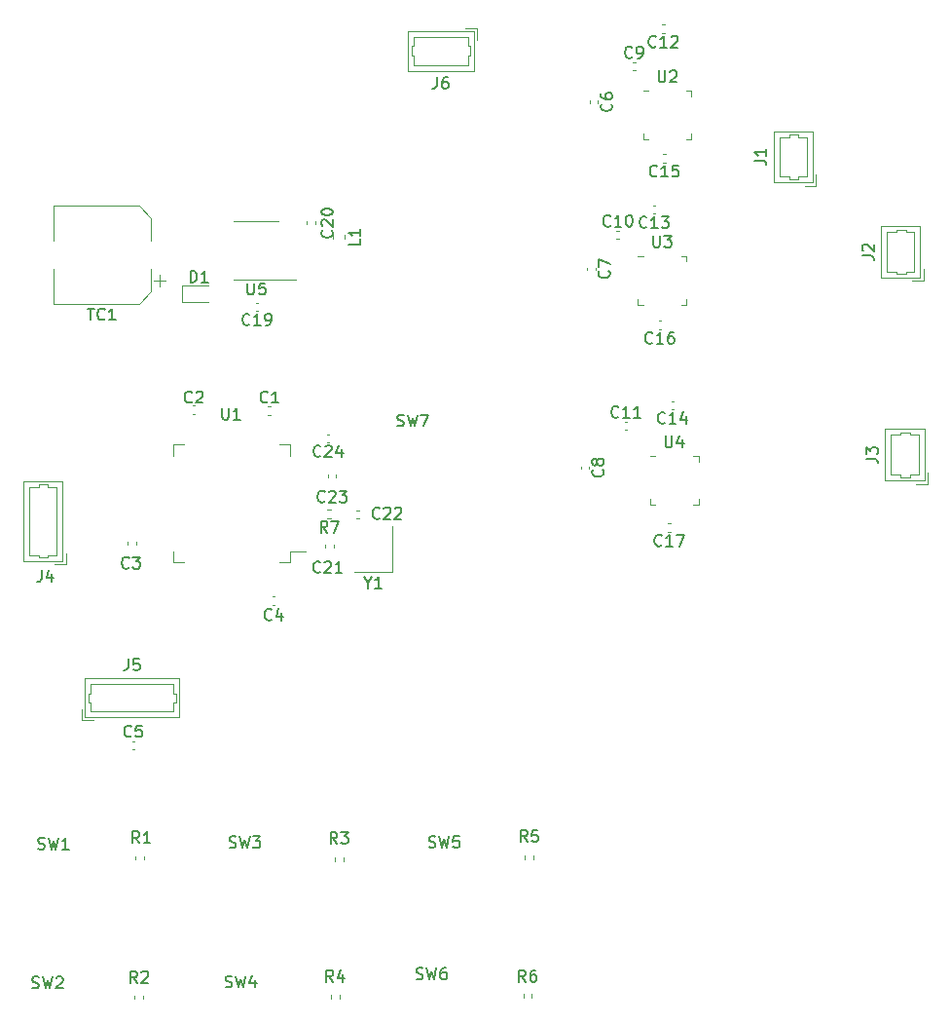
<source format=gbr>
%TF.GenerationSoftware,KiCad,Pcbnew,(5.1.10)-1*%
%TF.CreationDate,2021-07-23T15:11:29+09:00*%
%TF.ProjectId,ZeroGravity,5a65726f-4772-4617-9669-74792e6b6963,rev?*%
%TF.SameCoordinates,Original*%
%TF.FileFunction,Legend,Top*%
%TF.FilePolarity,Positive*%
%FSLAX46Y46*%
G04 Gerber Fmt 4.6, Leading zero omitted, Abs format (unit mm)*
G04 Created by KiCad (PCBNEW (5.1.10)-1) date 2021-07-23 15:11:29*
%MOMM*%
%LPD*%
G01*
G04 APERTURE LIST*
%ADD10C,0.120000*%
%ADD11C,0.150000*%
G04 APERTURE END LIST*
D10*
%TO.C,C21*%
X127560000Y-103727836D02*
X127560000Y-103512164D01*
X126840000Y-103727836D02*
X126840000Y-103512164D01*
%TO.C,C8*%
X149810000Y-96692164D02*
X149810000Y-96907836D01*
X149090000Y-96692164D02*
X149090000Y-96907836D01*
%TO.C,R3*%
X128430000Y-131003641D02*
X128430000Y-130696359D01*
X127670000Y-131003641D02*
X127670000Y-130696359D01*
%TO.C,C23*%
X127810000Y-97412164D02*
X127810000Y-97627836D01*
X127090000Y-97412164D02*
X127090000Y-97627836D01*
%TO.C,TC1*%
X103190000Y-74040000D02*
X103190000Y-77090000D01*
X103190000Y-82560000D02*
X103190000Y-79510000D01*
X110645563Y-82560000D02*
X103190000Y-82560000D01*
X110645563Y-74040000D02*
X103190000Y-74040000D01*
X111710000Y-75104437D02*
X111710000Y-77090000D01*
X111710000Y-81495563D02*
X111710000Y-79510000D01*
X111710000Y-81495563D02*
X110645563Y-82560000D01*
X111710000Y-75104437D02*
X110645563Y-74040000D01*
X112950000Y-80510000D02*
X111950000Y-80510000D01*
X112450000Y-81010000D02*
X112450000Y-80010000D01*
%TO.C,C14*%
X157157836Y-91710000D02*
X156942164Y-91710000D01*
X157157836Y-90990000D02*
X156942164Y-90990000D01*
%TO.C,C20*%
X125240000Y-75607836D02*
X125240000Y-75392164D01*
X125960000Y-75607836D02*
X125960000Y-75392164D01*
%TO.C,C4*%
X122242164Y-108710000D02*
X122457836Y-108710000D01*
X122242164Y-107990000D02*
X122457836Y-107990000D01*
%TO.C,C10*%
X152192164Y-76190000D02*
X152407836Y-76190000D01*
X152192164Y-76910000D02*
X152407836Y-76910000D01*
%TO.C,C19*%
X121007836Y-82440000D02*
X120792164Y-82440000D01*
X121007836Y-83160000D02*
X120792164Y-83160000D01*
%TO.C,J4*%
X100590000Y-104910000D02*
X104010000Y-104910000D01*
X104010000Y-104910000D02*
X104010000Y-97940000D01*
X104010000Y-97940000D02*
X100590000Y-97940000D01*
X100590000Y-97940000D02*
X100590000Y-104910000D01*
X103500000Y-101425000D02*
X103500000Y-104400000D01*
X103500000Y-104400000D02*
X102750000Y-104400000D01*
X102750000Y-104400000D02*
X102750000Y-104600000D01*
X102750000Y-104600000D02*
X101950000Y-104600000D01*
X101950000Y-104600000D02*
X101950000Y-104400000D01*
X101950000Y-104400000D02*
X101100000Y-104400000D01*
X101100000Y-104400000D02*
X101100000Y-101425000D01*
X103500000Y-101425000D02*
X103500000Y-98450000D01*
X103500000Y-98450000D02*
X102750000Y-98450000D01*
X102750000Y-98450000D02*
X102750000Y-98250000D01*
X102750000Y-98250000D02*
X101950000Y-98250000D01*
X101950000Y-98250000D02*
X101950000Y-98450000D01*
X101950000Y-98450000D02*
X101100000Y-98450000D01*
X101100000Y-98450000D02*
X101100000Y-101425000D01*
X104300000Y-105200000D02*
X103300000Y-105200000D01*
X104300000Y-105200000D02*
X104300000Y-104200000D01*
%TO.C,J5*%
X105940000Y-115040000D02*
X105940000Y-118460000D01*
X105940000Y-118460000D02*
X114160000Y-118460000D01*
X114160000Y-118460000D02*
X114160000Y-115040000D01*
X114160000Y-115040000D02*
X105940000Y-115040000D01*
X110050000Y-117950000D02*
X106450000Y-117950000D01*
X106450000Y-117950000D02*
X106450000Y-117200000D01*
X106450000Y-117200000D02*
X106250000Y-117200000D01*
X106250000Y-117200000D02*
X106250000Y-116400000D01*
X106250000Y-116400000D02*
X106450000Y-116400000D01*
X106450000Y-116400000D02*
X106450000Y-115550000D01*
X106450000Y-115550000D02*
X110050000Y-115550000D01*
X110050000Y-117950000D02*
X113650000Y-117950000D01*
X113650000Y-117950000D02*
X113650000Y-117200000D01*
X113650000Y-117200000D02*
X113850000Y-117200000D01*
X113850000Y-117200000D02*
X113850000Y-116400000D01*
X113850000Y-116400000D02*
X113650000Y-116400000D01*
X113650000Y-116400000D02*
X113650000Y-115550000D01*
X113650000Y-115550000D02*
X110050000Y-115550000D01*
X105650000Y-118750000D02*
X105650000Y-117750000D01*
X105650000Y-118750000D02*
X106650000Y-118750000D01*
%TO.C,J6*%
X139760000Y-62310000D02*
X139760000Y-58890000D01*
X139760000Y-58890000D02*
X134040000Y-58890000D01*
X134040000Y-58890000D02*
X134040000Y-62310000D01*
X134040000Y-62310000D02*
X139760000Y-62310000D01*
X136900000Y-59400000D02*
X139250000Y-59400000D01*
X139250000Y-59400000D02*
X139250000Y-60150000D01*
X139250000Y-60150000D02*
X139450000Y-60150000D01*
X139450000Y-60150000D02*
X139450000Y-60950000D01*
X139450000Y-60950000D02*
X139250000Y-60950000D01*
X139250000Y-60950000D02*
X139250000Y-61800000D01*
X139250000Y-61800000D02*
X136900000Y-61800000D01*
X136900000Y-59400000D02*
X134550000Y-59400000D01*
X134550000Y-59400000D02*
X134550000Y-60150000D01*
X134550000Y-60150000D02*
X134350000Y-60150000D01*
X134350000Y-60150000D02*
X134350000Y-60950000D01*
X134350000Y-60950000D02*
X134550000Y-60950000D01*
X134550000Y-60950000D02*
X134550000Y-61800000D01*
X134550000Y-61800000D02*
X136900000Y-61800000D01*
X140050000Y-58600000D02*
X140050000Y-59600000D01*
X140050000Y-58600000D02*
X139050000Y-58600000D01*
%TO.C,L1*%
X128510000Y-76587221D02*
X128510000Y-76912779D01*
X127490000Y-76587221D02*
X127490000Y-76912779D01*
%TO.C,C22*%
X129777836Y-101210000D02*
X129562164Y-101210000D01*
X129777836Y-100490000D02*
X129562164Y-100490000D01*
%TO.C,C24*%
X127207836Y-94610000D02*
X126992164Y-94610000D01*
X127207836Y-93890000D02*
X126992164Y-93890000D01*
%TO.C,C7*%
X150360000Y-79412164D02*
X150360000Y-79627836D01*
X149640000Y-79412164D02*
X149640000Y-79627836D01*
%TO.C,D1*%
X116662500Y-80915000D02*
X114377500Y-80915000D01*
X114377500Y-80915000D02*
X114377500Y-82385000D01*
X114377500Y-82385000D02*
X116662500Y-82385000D01*
%TO.C,C6*%
X149840000Y-64892164D02*
X149840000Y-65107836D01*
X150560000Y-64892164D02*
X150560000Y-65107836D01*
%TO.C,J2*%
X178900000Y-80550000D02*
X178900000Y-79550000D01*
X178900000Y-80550000D02*
X177900000Y-80550000D01*
X175700000Y-76300000D02*
X175700000Y-78025000D01*
X176550000Y-76300000D02*
X175700000Y-76300000D01*
X176550000Y-76100000D02*
X176550000Y-76300000D01*
X177350000Y-76100000D02*
X176550000Y-76100000D01*
X177350000Y-76300000D02*
X177350000Y-76100000D01*
X178100000Y-76300000D02*
X177350000Y-76300000D01*
X178100000Y-78025000D02*
X178100000Y-76300000D01*
X175700000Y-79750000D02*
X175700000Y-78025000D01*
X176550000Y-79750000D02*
X175700000Y-79750000D01*
X176550000Y-79950000D02*
X176550000Y-79750000D01*
X177350000Y-79950000D02*
X176550000Y-79950000D01*
X177350000Y-79750000D02*
X177350000Y-79950000D01*
X178100000Y-79750000D02*
X177350000Y-79750000D01*
X178100000Y-78025000D02*
X178100000Y-79750000D01*
X175190000Y-75790000D02*
X175190000Y-80260000D01*
X178610000Y-75790000D02*
X175190000Y-75790000D01*
X178610000Y-80260000D02*
X178610000Y-75790000D01*
X175190000Y-80260000D02*
X178610000Y-80260000D01*
%TO.C,C13*%
X155557836Y-74710000D02*
X155342164Y-74710000D01*
X155557836Y-73990000D02*
X155342164Y-73990000D01*
%TO.C,C15*%
X156457836Y-70260000D02*
X156242164Y-70260000D01*
X156457836Y-69540000D02*
X156242164Y-69540000D01*
%TO.C,C17*%
X156857836Y-101640000D02*
X156642164Y-101640000D01*
X156857836Y-102360000D02*
X156642164Y-102360000D01*
%TO.C,R1*%
X111130000Y-130853641D02*
X111130000Y-130546359D01*
X110370000Y-130853641D02*
X110370000Y-130546359D01*
%TO.C,C9*%
X153592164Y-61540000D02*
X153807836Y-61540000D01*
X153592164Y-62260000D02*
X153807836Y-62260000D01*
%TO.C,C5*%
X110042164Y-121260000D02*
X110257836Y-121260000D01*
X110042164Y-120540000D02*
X110257836Y-120540000D01*
%TO.C,C12*%
X156357836Y-58290000D02*
X156142164Y-58290000D01*
X156357836Y-59010000D02*
X156142164Y-59010000D01*
%TO.C,J3*%
X175540000Y-97910000D02*
X178960000Y-97910000D01*
X178960000Y-97910000D02*
X178960000Y-93440000D01*
X178960000Y-93440000D02*
X175540000Y-93440000D01*
X175540000Y-93440000D02*
X175540000Y-97910000D01*
X178450000Y-95675000D02*
X178450000Y-97400000D01*
X178450000Y-97400000D02*
X177700000Y-97400000D01*
X177700000Y-97400000D02*
X177700000Y-97600000D01*
X177700000Y-97600000D02*
X176900000Y-97600000D01*
X176900000Y-97600000D02*
X176900000Y-97400000D01*
X176900000Y-97400000D02*
X176050000Y-97400000D01*
X176050000Y-97400000D02*
X176050000Y-95675000D01*
X178450000Y-95675000D02*
X178450000Y-93950000D01*
X178450000Y-93950000D02*
X177700000Y-93950000D01*
X177700000Y-93950000D02*
X177700000Y-93750000D01*
X177700000Y-93750000D02*
X176900000Y-93750000D01*
X176900000Y-93750000D02*
X176900000Y-93950000D01*
X176900000Y-93950000D02*
X176050000Y-93950000D01*
X176050000Y-93950000D02*
X176050000Y-95675000D01*
X179250000Y-98200000D02*
X178250000Y-98200000D01*
X179250000Y-98200000D02*
X179250000Y-97200000D01*
%TO.C,R4*%
X127320000Y-142913641D02*
X127320000Y-142606359D01*
X128080000Y-142913641D02*
X128080000Y-142606359D01*
%TO.C,J1*%
X165840000Y-72010000D02*
X169260000Y-72010000D01*
X169260000Y-72010000D02*
X169260000Y-67540000D01*
X169260000Y-67540000D02*
X165840000Y-67540000D01*
X165840000Y-67540000D02*
X165840000Y-72010000D01*
X168750000Y-69775000D02*
X168750000Y-71500000D01*
X168750000Y-71500000D02*
X168000000Y-71500000D01*
X168000000Y-71500000D02*
X168000000Y-71700000D01*
X168000000Y-71700000D02*
X167200000Y-71700000D01*
X167200000Y-71700000D02*
X167200000Y-71500000D01*
X167200000Y-71500000D02*
X166350000Y-71500000D01*
X166350000Y-71500000D02*
X166350000Y-69775000D01*
X168750000Y-69775000D02*
X168750000Y-68050000D01*
X168750000Y-68050000D02*
X168000000Y-68050000D01*
X168000000Y-68050000D02*
X168000000Y-67850000D01*
X168000000Y-67850000D02*
X167200000Y-67850000D01*
X167200000Y-67850000D02*
X167200000Y-68050000D01*
X167200000Y-68050000D02*
X166350000Y-68050000D01*
X166350000Y-68050000D02*
X166350000Y-69775000D01*
X169550000Y-72300000D02*
X168550000Y-72300000D01*
X169550000Y-72300000D02*
X169550000Y-71300000D01*
%TO.C,C11*%
X152892164Y-93510000D02*
X153107836Y-93510000D01*
X152892164Y-92790000D02*
X153107836Y-92790000D01*
%TO.C,R2*%
X110270000Y-142953641D02*
X110270000Y-142646359D01*
X111030000Y-142953641D02*
X111030000Y-142646359D01*
%TO.C,C16*%
X156057836Y-84040000D02*
X155842164Y-84040000D01*
X156057836Y-84760000D02*
X155842164Y-84760000D01*
%TO.C,R5*%
X144930000Y-130803641D02*
X144930000Y-130496359D01*
X144170000Y-130803641D02*
X144170000Y-130496359D01*
%TO.C,R6*%
X144070000Y-142853641D02*
X144070000Y-142546359D01*
X144830000Y-142853641D02*
X144830000Y-142546359D01*
%TO.C,R7*%
X127353641Y-101180000D02*
X127046359Y-101180000D01*
X127353641Y-100420000D02*
X127046359Y-100420000D01*
%TO.C,U1*%
X114540000Y-94790000D02*
X113590000Y-94790000D01*
X113590000Y-94790000D02*
X113590000Y-95740000D01*
X122860000Y-94790000D02*
X123810000Y-94790000D01*
X123810000Y-94790000D02*
X123810000Y-95740000D01*
X114540000Y-105010000D02*
X113590000Y-105010000D01*
X113590000Y-105010000D02*
X113590000Y-104060000D01*
X122860000Y-105010000D02*
X123810000Y-105010000D01*
X123810000Y-105010000D02*
X123810000Y-104060000D01*
X123810000Y-104060000D02*
X125150000Y-104060000D01*
%TO.C,U3*%
X157785000Y-78390000D02*
X158260000Y-78390000D01*
X158260000Y-78390000D02*
X158260000Y-78865000D01*
X154515000Y-82610000D02*
X154040000Y-82610000D01*
X154040000Y-82610000D02*
X154040000Y-82135000D01*
X157785000Y-82610000D02*
X158260000Y-82610000D01*
X158260000Y-82610000D02*
X158260000Y-82135000D01*
X154515000Y-78390000D02*
X154040000Y-78390000D01*
%TO.C,U5*%
X120850000Y-75340000D02*
X118900000Y-75340000D01*
X120850000Y-75340000D02*
X122800000Y-75340000D01*
X120850000Y-80460000D02*
X118900000Y-80460000D01*
X120850000Y-80460000D02*
X124300000Y-80460000D01*
%TO.C,Y1*%
X129400000Y-105850000D02*
X132700000Y-105850000D01*
X132700000Y-105850000D02*
X132700000Y-101850000D01*
%TO.C,U2*%
X158235000Y-64040000D02*
X158710000Y-64040000D01*
X158710000Y-64040000D02*
X158710000Y-64515000D01*
X154965000Y-68260000D02*
X154490000Y-68260000D01*
X154490000Y-68260000D02*
X154490000Y-67785000D01*
X158235000Y-68260000D02*
X158710000Y-68260000D01*
X158710000Y-68260000D02*
X158710000Y-67785000D01*
X154965000Y-64040000D02*
X154490000Y-64040000D01*
%TO.C,U4*%
X155565000Y-95790000D02*
X155090000Y-95790000D01*
X159310000Y-100010000D02*
X159310000Y-99535000D01*
X158835000Y-100010000D02*
X159310000Y-100010000D01*
X155090000Y-100010000D02*
X155090000Y-99535000D01*
X155565000Y-100010000D02*
X155090000Y-100010000D01*
X159310000Y-95790000D02*
X159310000Y-96265000D01*
X158835000Y-95790000D02*
X159310000Y-95790000D01*
%TO.C,C1*%
X122057836Y-91490000D02*
X121842164Y-91490000D01*
X122057836Y-92210000D02*
X121842164Y-92210000D01*
%TO.C,C3*%
X109690000Y-103242164D02*
X109690000Y-103457836D01*
X110410000Y-103242164D02*
X110410000Y-103457836D01*
%TO.C,C2*%
X115527836Y-92110000D02*
X115312164Y-92110000D01*
X115527836Y-91390000D02*
X115312164Y-91390000D01*
%TO.C,C21*%
D11*
X126407142Y-105827142D02*
X126359523Y-105874761D01*
X126216666Y-105922380D01*
X126121428Y-105922380D01*
X125978571Y-105874761D01*
X125883333Y-105779523D01*
X125835714Y-105684285D01*
X125788095Y-105493809D01*
X125788095Y-105350952D01*
X125835714Y-105160476D01*
X125883333Y-105065238D01*
X125978571Y-104970000D01*
X126121428Y-104922380D01*
X126216666Y-104922380D01*
X126359523Y-104970000D01*
X126407142Y-105017619D01*
X126788095Y-105017619D02*
X126835714Y-104970000D01*
X126930952Y-104922380D01*
X127169047Y-104922380D01*
X127264285Y-104970000D01*
X127311904Y-105017619D01*
X127359523Y-105112857D01*
X127359523Y-105208095D01*
X127311904Y-105350952D01*
X126740476Y-105922380D01*
X127359523Y-105922380D01*
X128311904Y-105922380D02*
X127740476Y-105922380D01*
X128026190Y-105922380D02*
X128026190Y-104922380D01*
X127930952Y-105065238D01*
X127835714Y-105160476D01*
X127740476Y-105208095D01*
%TO.C,C8*%
X150967142Y-96966666D02*
X151014761Y-97014285D01*
X151062380Y-97157142D01*
X151062380Y-97252380D01*
X151014761Y-97395238D01*
X150919523Y-97490476D01*
X150824285Y-97538095D01*
X150633809Y-97585714D01*
X150490952Y-97585714D01*
X150300476Y-97538095D01*
X150205238Y-97490476D01*
X150110000Y-97395238D01*
X150062380Y-97252380D01*
X150062380Y-97157142D01*
X150110000Y-97014285D01*
X150157619Y-96966666D01*
X150490952Y-96395238D02*
X150443333Y-96490476D01*
X150395714Y-96538095D01*
X150300476Y-96585714D01*
X150252857Y-96585714D01*
X150157619Y-96538095D01*
X150110000Y-96490476D01*
X150062380Y-96395238D01*
X150062380Y-96204761D01*
X150110000Y-96109523D01*
X150157619Y-96061904D01*
X150252857Y-96014285D01*
X150300476Y-96014285D01*
X150395714Y-96061904D01*
X150443333Y-96109523D01*
X150490952Y-96204761D01*
X150490952Y-96395238D01*
X150538571Y-96490476D01*
X150586190Y-96538095D01*
X150681428Y-96585714D01*
X150871904Y-96585714D01*
X150967142Y-96538095D01*
X151014761Y-96490476D01*
X151062380Y-96395238D01*
X151062380Y-96204761D01*
X151014761Y-96109523D01*
X150967142Y-96061904D01*
X150871904Y-96014285D01*
X150681428Y-96014285D01*
X150586190Y-96061904D01*
X150538571Y-96109523D01*
X150490952Y-96204761D01*
%TO.C,R3*%
X127883333Y-129452380D02*
X127550000Y-128976190D01*
X127311904Y-129452380D02*
X127311904Y-128452380D01*
X127692857Y-128452380D01*
X127788095Y-128500000D01*
X127835714Y-128547619D01*
X127883333Y-128642857D01*
X127883333Y-128785714D01*
X127835714Y-128880952D01*
X127788095Y-128928571D01*
X127692857Y-128976190D01*
X127311904Y-128976190D01*
X128216666Y-128452380D02*
X128835714Y-128452380D01*
X128502380Y-128833333D01*
X128645238Y-128833333D01*
X128740476Y-128880952D01*
X128788095Y-128928571D01*
X128835714Y-129023809D01*
X128835714Y-129261904D01*
X128788095Y-129357142D01*
X128740476Y-129404761D01*
X128645238Y-129452380D01*
X128359523Y-129452380D01*
X128264285Y-129404761D01*
X128216666Y-129357142D01*
%TO.C,SW1*%
X101866666Y-129904761D02*
X102009523Y-129952380D01*
X102247619Y-129952380D01*
X102342857Y-129904761D01*
X102390476Y-129857142D01*
X102438095Y-129761904D01*
X102438095Y-129666666D01*
X102390476Y-129571428D01*
X102342857Y-129523809D01*
X102247619Y-129476190D01*
X102057142Y-129428571D01*
X101961904Y-129380952D01*
X101914285Y-129333333D01*
X101866666Y-129238095D01*
X101866666Y-129142857D01*
X101914285Y-129047619D01*
X101961904Y-129000000D01*
X102057142Y-128952380D01*
X102295238Y-128952380D01*
X102438095Y-129000000D01*
X102771428Y-128952380D02*
X103009523Y-129952380D01*
X103200000Y-129238095D01*
X103390476Y-129952380D01*
X103628571Y-128952380D01*
X104533333Y-129952380D02*
X103961904Y-129952380D01*
X104247619Y-129952380D02*
X104247619Y-128952380D01*
X104152380Y-129095238D01*
X104057142Y-129190476D01*
X103961904Y-129238095D01*
%TO.C,SW3*%
X118516666Y-129779761D02*
X118659523Y-129827380D01*
X118897619Y-129827380D01*
X118992857Y-129779761D01*
X119040476Y-129732142D01*
X119088095Y-129636904D01*
X119088095Y-129541666D01*
X119040476Y-129446428D01*
X118992857Y-129398809D01*
X118897619Y-129351190D01*
X118707142Y-129303571D01*
X118611904Y-129255952D01*
X118564285Y-129208333D01*
X118516666Y-129113095D01*
X118516666Y-129017857D01*
X118564285Y-128922619D01*
X118611904Y-128875000D01*
X118707142Y-128827380D01*
X118945238Y-128827380D01*
X119088095Y-128875000D01*
X119421428Y-128827380D02*
X119659523Y-129827380D01*
X119850000Y-129113095D01*
X120040476Y-129827380D01*
X120278571Y-128827380D01*
X120564285Y-128827380D02*
X121183333Y-128827380D01*
X120850000Y-129208333D01*
X120992857Y-129208333D01*
X121088095Y-129255952D01*
X121135714Y-129303571D01*
X121183333Y-129398809D01*
X121183333Y-129636904D01*
X121135714Y-129732142D01*
X121088095Y-129779761D01*
X120992857Y-129827380D01*
X120707142Y-129827380D01*
X120611904Y-129779761D01*
X120564285Y-129732142D01*
%TO.C,C23*%
X126807142Y-99707142D02*
X126759523Y-99754761D01*
X126616666Y-99802380D01*
X126521428Y-99802380D01*
X126378571Y-99754761D01*
X126283333Y-99659523D01*
X126235714Y-99564285D01*
X126188095Y-99373809D01*
X126188095Y-99230952D01*
X126235714Y-99040476D01*
X126283333Y-98945238D01*
X126378571Y-98850000D01*
X126521428Y-98802380D01*
X126616666Y-98802380D01*
X126759523Y-98850000D01*
X126807142Y-98897619D01*
X127188095Y-98897619D02*
X127235714Y-98850000D01*
X127330952Y-98802380D01*
X127569047Y-98802380D01*
X127664285Y-98850000D01*
X127711904Y-98897619D01*
X127759523Y-98992857D01*
X127759523Y-99088095D01*
X127711904Y-99230952D01*
X127140476Y-99802380D01*
X127759523Y-99802380D01*
X128092857Y-98802380D02*
X128711904Y-98802380D01*
X128378571Y-99183333D01*
X128521428Y-99183333D01*
X128616666Y-99230952D01*
X128664285Y-99278571D01*
X128711904Y-99373809D01*
X128711904Y-99611904D01*
X128664285Y-99707142D01*
X128616666Y-99754761D01*
X128521428Y-99802380D01*
X128235714Y-99802380D01*
X128140476Y-99754761D01*
X128092857Y-99707142D01*
%TO.C,SW6*%
X134766666Y-141204761D02*
X134909523Y-141252380D01*
X135147619Y-141252380D01*
X135242857Y-141204761D01*
X135290476Y-141157142D01*
X135338095Y-141061904D01*
X135338095Y-140966666D01*
X135290476Y-140871428D01*
X135242857Y-140823809D01*
X135147619Y-140776190D01*
X134957142Y-140728571D01*
X134861904Y-140680952D01*
X134814285Y-140633333D01*
X134766666Y-140538095D01*
X134766666Y-140442857D01*
X134814285Y-140347619D01*
X134861904Y-140300000D01*
X134957142Y-140252380D01*
X135195238Y-140252380D01*
X135338095Y-140300000D01*
X135671428Y-140252380D02*
X135909523Y-141252380D01*
X136100000Y-140538095D01*
X136290476Y-141252380D01*
X136528571Y-140252380D01*
X137338095Y-140252380D02*
X137147619Y-140252380D01*
X137052380Y-140300000D01*
X137004761Y-140347619D01*
X136909523Y-140490476D01*
X136861904Y-140680952D01*
X136861904Y-141061904D01*
X136909523Y-141157142D01*
X136957142Y-141204761D01*
X137052380Y-141252380D01*
X137242857Y-141252380D01*
X137338095Y-141204761D01*
X137385714Y-141157142D01*
X137433333Y-141061904D01*
X137433333Y-140823809D01*
X137385714Y-140728571D01*
X137338095Y-140680952D01*
X137242857Y-140633333D01*
X137052380Y-140633333D01*
X136957142Y-140680952D01*
X136909523Y-140728571D01*
X136861904Y-140823809D01*
%TO.C,TC1*%
X106188095Y-82952380D02*
X106759523Y-82952380D01*
X106473809Y-83952380D02*
X106473809Y-82952380D01*
X107664285Y-83857142D02*
X107616666Y-83904761D01*
X107473809Y-83952380D01*
X107378571Y-83952380D01*
X107235714Y-83904761D01*
X107140476Y-83809523D01*
X107092857Y-83714285D01*
X107045238Y-83523809D01*
X107045238Y-83380952D01*
X107092857Y-83190476D01*
X107140476Y-83095238D01*
X107235714Y-83000000D01*
X107378571Y-82952380D01*
X107473809Y-82952380D01*
X107616666Y-83000000D01*
X107664285Y-83047619D01*
X108616666Y-83952380D02*
X108045238Y-83952380D01*
X108330952Y-83952380D02*
X108330952Y-82952380D01*
X108235714Y-83095238D01*
X108140476Y-83190476D01*
X108045238Y-83238095D01*
%TO.C,C14*%
X156407142Y-92867142D02*
X156359523Y-92914761D01*
X156216666Y-92962380D01*
X156121428Y-92962380D01*
X155978571Y-92914761D01*
X155883333Y-92819523D01*
X155835714Y-92724285D01*
X155788095Y-92533809D01*
X155788095Y-92390952D01*
X155835714Y-92200476D01*
X155883333Y-92105238D01*
X155978571Y-92010000D01*
X156121428Y-91962380D01*
X156216666Y-91962380D01*
X156359523Y-92010000D01*
X156407142Y-92057619D01*
X157359523Y-92962380D02*
X156788095Y-92962380D01*
X157073809Y-92962380D02*
X157073809Y-91962380D01*
X156978571Y-92105238D01*
X156883333Y-92200476D01*
X156788095Y-92248095D01*
X158216666Y-92295714D02*
X158216666Y-92962380D01*
X157978571Y-91914761D02*
X157740476Y-92629047D01*
X158359523Y-92629047D01*
%TO.C,C20*%
X127407142Y-76172857D02*
X127454761Y-76220476D01*
X127502380Y-76363333D01*
X127502380Y-76458571D01*
X127454761Y-76601428D01*
X127359523Y-76696666D01*
X127264285Y-76744285D01*
X127073809Y-76791904D01*
X126930952Y-76791904D01*
X126740476Y-76744285D01*
X126645238Y-76696666D01*
X126550000Y-76601428D01*
X126502380Y-76458571D01*
X126502380Y-76363333D01*
X126550000Y-76220476D01*
X126597619Y-76172857D01*
X126597619Y-75791904D02*
X126550000Y-75744285D01*
X126502380Y-75649047D01*
X126502380Y-75410952D01*
X126550000Y-75315714D01*
X126597619Y-75268095D01*
X126692857Y-75220476D01*
X126788095Y-75220476D01*
X126930952Y-75268095D01*
X127502380Y-75839523D01*
X127502380Y-75220476D01*
X126502380Y-74601428D02*
X126502380Y-74506190D01*
X126550000Y-74410952D01*
X126597619Y-74363333D01*
X126692857Y-74315714D01*
X126883333Y-74268095D01*
X127121428Y-74268095D01*
X127311904Y-74315714D01*
X127407142Y-74363333D01*
X127454761Y-74410952D01*
X127502380Y-74506190D01*
X127502380Y-74601428D01*
X127454761Y-74696666D01*
X127407142Y-74744285D01*
X127311904Y-74791904D01*
X127121428Y-74839523D01*
X126883333Y-74839523D01*
X126692857Y-74791904D01*
X126597619Y-74744285D01*
X126550000Y-74696666D01*
X126502380Y-74601428D01*
%TO.C,C4*%
X122183333Y-109957142D02*
X122135714Y-110004761D01*
X121992857Y-110052380D01*
X121897619Y-110052380D01*
X121754761Y-110004761D01*
X121659523Y-109909523D01*
X121611904Y-109814285D01*
X121564285Y-109623809D01*
X121564285Y-109480952D01*
X121611904Y-109290476D01*
X121659523Y-109195238D01*
X121754761Y-109100000D01*
X121897619Y-109052380D01*
X121992857Y-109052380D01*
X122135714Y-109100000D01*
X122183333Y-109147619D01*
X123040476Y-109385714D02*
X123040476Y-110052380D01*
X122802380Y-109004761D02*
X122564285Y-109719047D01*
X123183333Y-109719047D01*
%TO.C,C10*%
X151657142Y-75747142D02*
X151609523Y-75794761D01*
X151466666Y-75842380D01*
X151371428Y-75842380D01*
X151228571Y-75794761D01*
X151133333Y-75699523D01*
X151085714Y-75604285D01*
X151038095Y-75413809D01*
X151038095Y-75270952D01*
X151085714Y-75080476D01*
X151133333Y-74985238D01*
X151228571Y-74890000D01*
X151371428Y-74842380D01*
X151466666Y-74842380D01*
X151609523Y-74890000D01*
X151657142Y-74937619D01*
X152609523Y-75842380D02*
X152038095Y-75842380D01*
X152323809Y-75842380D02*
X152323809Y-74842380D01*
X152228571Y-74985238D01*
X152133333Y-75080476D01*
X152038095Y-75128095D01*
X153228571Y-74842380D02*
X153323809Y-74842380D01*
X153419047Y-74890000D01*
X153466666Y-74937619D01*
X153514285Y-75032857D01*
X153561904Y-75223333D01*
X153561904Y-75461428D01*
X153514285Y-75651904D01*
X153466666Y-75747142D01*
X153419047Y-75794761D01*
X153323809Y-75842380D01*
X153228571Y-75842380D01*
X153133333Y-75794761D01*
X153085714Y-75747142D01*
X153038095Y-75651904D01*
X152990476Y-75461428D01*
X152990476Y-75223333D01*
X153038095Y-75032857D01*
X153085714Y-74937619D01*
X153133333Y-74890000D01*
X153228571Y-74842380D01*
%TO.C,C19*%
X120257142Y-84317142D02*
X120209523Y-84364761D01*
X120066666Y-84412380D01*
X119971428Y-84412380D01*
X119828571Y-84364761D01*
X119733333Y-84269523D01*
X119685714Y-84174285D01*
X119638095Y-83983809D01*
X119638095Y-83840952D01*
X119685714Y-83650476D01*
X119733333Y-83555238D01*
X119828571Y-83460000D01*
X119971428Y-83412380D01*
X120066666Y-83412380D01*
X120209523Y-83460000D01*
X120257142Y-83507619D01*
X121209523Y-84412380D02*
X120638095Y-84412380D01*
X120923809Y-84412380D02*
X120923809Y-83412380D01*
X120828571Y-83555238D01*
X120733333Y-83650476D01*
X120638095Y-83698095D01*
X121685714Y-84412380D02*
X121876190Y-84412380D01*
X121971428Y-84364761D01*
X122019047Y-84317142D01*
X122114285Y-84174285D01*
X122161904Y-83983809D01*
X122161904Y-83602857D01*
X122114285Y-83507619D01*
X122066666Y-83460000D01*
X121971428Y-83412380D01*
X121780952Y-83412380D01*
X121685714Y-83460000D01*
X121638095Y-83507619D01*
X121590476Y-83602857D01*
X121590476Y-83840952D01*
X121638095Y-83936190D01*
X121685714Y-83983809D01*
X121780952Y-84031428D01*
X121971428Y-84031428D01*
X122066666Y-83983809D01*
X122114285Y-83936190D01*
X122161904Y-83840952D01*
%TO.C,J4*%
X102166666Y-105702380D02*
X102166666Y-106416666D01*
X102119047Y-106559523D01*
X102023809Y-106654761D01*
X101880952Y-106702380D01*
X101785714Y-106702380D01*
X103071428Y-106035714D02*
X103071428Y-106702380D01*
X102833333Y-105654761D02*
X102595238Y-106369047D01*
X103214285Y-106369047D01*
%TO.C,J5*%
X109716666Y-113402380D02*
X109716666Y-114116666D01*
X109669047Y-114259523D01*
X109573809Y-114354761D01*
X109430952Y-114402380D01*
X109335714Y-114402380D01*
X110669047Y-113402380D02*
X110192857Y-113402380D01*
X110145238Y-113878571D01*
X110192857Y-113830952D01*
X110288095Y-113783333D01*
X110526190Y-113783333D01*
X110621428Y-113830952D01*
X110669047Y-113878571D01*
X110716666Y-113973809D01*
X110716666Y-114211904D01*
X110669047Y-114307142D01*
X110621428Y-114354761D01*
X110526190Y-114402380D01*
X110288095Y-114402380D01*
X110192857Y-114354761D01*
X110145238Y-114307142D01*
%TO.C,J6*%
X136566666Y-62852380D02*
X136566666Y-63566666D01*
X136519047Y-63709523D01*
X136423809Y-63804761D01*
X136280952Y-63852380D01*
X136185714Y-63852380D01*
X137471428Y-62852380D02*
X137280952Y-62852380D01*
X137185714Y-62900000D01*
X137138095Y-62947619D01*
X137042857Y-63090476D01*
X136995238Y-63280952D01*
X136995238Y-63661904D01*
X137042857Y-63757142D01*
X137090476Y-63804761D01*
X137185714Y-63852380D01*
X137376190Y-63852380D01*
X137471428Y-63804761D01*
X137519047Y-63757142D01*
X137566666Y-63661904D01*
X137566666Y-63423809D01*
X137519047Y-63328571D01*
X137471428Y-63280952D01*
X137376190Y-63233333D01*
X137185714Y-63233333D01*
X137090476Y-63280952D01*
X137042857Y-63328571D01*
X136995238Y-63423809D01*
%TO.C,L1*%
X129882380Y-76916666D02*
X129882380Y-77392857D01*
X128882380Y-77392857D01*
X129882380Y-76059523D02*
X129882380Y-76630952D01*
X129882380Y-76345238D02*
X128882380Y-76345238D01*
X129025238Y-76440476D01*
X129120476Y-76535714D01*
X129168095Y-76630952D01*
%TO.C,C22*%
X131577142Y-101157142D02*
X131529523Y-101204761D01*
X131386666Y-101252380D01*
X131291428Y-101252380D01*
X131148571Y-101204761D01*
X131053333Y-101109523D01*
X131005714Y-101014285D01*
X130958095Y-100823809D01*
X130958095Y-100680952D01*
X131005714Y-100490476D01*
X131053333Y-100395238D01*
X131148571Y-100300000D01*
X131291428Y-100252380D01*
X131386666Y-100252380D01*
X131529523Y-100300000D01*
X131577142Y-100347619D01*
X131958095Y-100347619D02*
X132005714Y-100300000D01*
X132100952Y-100252380D01*
X132339047Y-100252380D01*
X132434285Y-100300000D01*
X132481904Y-100347619D01*
X132529523Y-100442857D01*
X132529523Y-100538095D01*
X132481904Y-100680952D01*
X131910476Y-101252380D01*
X132529523Y-101252380D01*
X132910476Y-100347619D02*
X132958095Y-100300000D01*
X133053333Y-100252380D01*
X133291428Y-100252380D01*
X133386666Y-100300000D01*
X133434285Y-100347619D01*
X133481904Y-100442857D01*
X133481904Y-100538095D01*
X133434285Y-100680952D01*
X132862857Y-101252380D01*
X133481904Y-101252380D01*
%TO.C,C24*%
X126457142Y-95767142D02*
X126409523Y-95814761D01*
X126266666Y-95862380D01*
X126171428Y-95862380D01*
X126028571Y-95814761D01*
X125933333Y-95719523D01*
X125885714Y-95624285D01*
X125838095Y-95433809D01*
X125838095Y-95290952D01*
X125885714Y-95100476D01*
X125933333Y-95005238D01*
X126028571Y-94910000D01*
X126171428Y-94862380D01*
X126266666Y-94862380D01*
X126409523Y-94910000D01*
X126457142Y-94957619D01*
X126838095Y-94957619D02*
X126885714Y-94910000D01*
X126980952Y-94862380D01*
X127219047Y-94862380D01*
X127314285Y-94910000D01*
X127361904Y-94957619D01*
X127409523Y-95052857D01*
X127409523Y-95148095D01*
X127361904Y-95290952D01*
X126790476Y-95862380D01*
X127409523Y-95862380D01*
X128266666Y-95195714D02*
X128266666Y-95862380D01*
X128028571Y-94814761D02*
X127790476Y-95529047D01*
X128409523Y-95529047D01*
%TO.C,C7*%
X151517142Y-79686666D02*
X151564761Y-79734285D01*
X151612380Y-79877142D01*
X151612380Y-79972380D01*
X151564761Y-80115238D01*
X151469523Y-80210476D01*
X151374285Y-80258095D01*
X151183809Y-80305714D01*
X151040952Y-80305714D01*
X150850476Y-80258095D01*
X150755238Y-80210476D01*
X150660000Y-80115238D01*
X150612380Y-79972380D01*
X150612380Y-79877142D01*
X150660000Y-79734285D01*
X150707619Y-79686666D01*
X150612380Y-79353333D02*
X150612380Y-78686666D01*
X151612380Y-79115238D01*
%TO.C,D1*%
X115124404Y-80672380D02*
X115124404Y-79672380D01*
X115362500Y-79672380D01*
X115505357Y-79720000D01*
X115600595Y-79815238D01*
X115648214Y-79910476D01*
X115695833Y-80100952D01*
X115695833Y-80243809D01*
X115648214Y-80434285D01*
X115600595Y-80529523D01*
X115505357Y-80624761D01*
X115362500Y-80672380D01*
X115124404Y-80672380D01*
X116648214Y-80672380D02*
X116076785Y-80672380D01*
X116362500Y-80672380D02*
X116362500Y-79672380D01*
X116267261Y-79815238D01*
X116172023Y-79910476D01*
X116076785Y-79958095D01*
%TO.C,C6*%
X151717142Y-65166666D02*
X151764761Y-65214285D01*
X151812380Y-65357142D01*
X151812380Y-65452380D01*
X151764761Y-65595238D01*
X151669523Y-65690476D01*
X151574285Y-65738095D01*
X151383809Y-65785714D01*
X151240952Y-65785714D01*
X151050476Y-65738095D01*
X150955238Y-65690476D01*
X150860000Y-65595238D01*
X150812380Y-65452380D01*
X150812380Y-65357142D01*
X150860000Y-65214285D01*
X150907619Y-65166666D01*
X150812380Y-64309523D02*
X150812380Y-64500000D01*
X150860000Y-64595238D01*
X150907619Y-64642857D01*
X151050476Y-64738095D01*
X151240952Y-64785714D01*
X151621904Y-64785714D01*
X151717142Y-64738095D01*
X151764761Y-64690476D01*
X151812380Y-64595238D01*
X151812380Y-64404761D01*
X151764761Y-64309523D01*
X151717142Y-64261904D01*
X151621904Y-64214285D01*
X151383809Y-64214285D01*
X151288571Y-64261904D01*
X151240952Y-64309523D01*
X151193333Y-64404761D01*
X151193333Y-64595238D01*
X151240952Y-64690476D01*
X151288571Y-64738095D01*
X151383809Y-64785714D01*
%TO.C,J2*%
X173552380Y-78363333D02*
X174266666Y-78363333D01*
X174409523Y-78410952D01*
X174504761Y-78506190D01*
X174552380Y-78649047D01*
X174552380Y-78744285D01*
X173647619Y-77934761D02*
X173600000Y-77887142D01*
X173552380Y-77791904D01*
X173552380Y-77553809D01*
X173600000Y-77458571D01*
X173647619Y-77410952D01*
X173742857Y-77363333D01*
X173838095Y-77363333D01*
X173980952Y-77410952D01*
X174552380Y-77982380D01*
X174552380Y-77363333D01*
%TO.C,C13*%
X154807142Y-75867142D02*
X154759523Y-75914761D01*
X154616666Y-75962380D01*
X154521428Y-75962380D01*
X154378571Y-75914761D01*
X154283333Y-75819523D01*
X154235714Y-75724285D01*
X154188095Y-75533809D01*
X154188095Y-75390952D01*
X154235714Y-75200476D01*
X154283333Y-75105238D01*
X154378571Y-75010000D01*
X154521428Y-74962380D01*
X154616666Y-74962380D01*
X154759523Y-75010000D01*
X154807142Y-75057619D01*
X155759523Y-75962380D02*
X155188095Y-75962380D01*
X155473809Y-75962380D02*
X155473809Y-74962380D01*
X155378571Y-75105238D01*
X155283333Y-75200476D01*
X155188095Y-75248095D01*
X156092857Y-74962380D02*
X156711904Y-74962380D01*
X156378571Y-75343333D01*
X156521428Y-75343333D01*
X156616666Y-75390952D01*
X156664285Y-75438571D01*
X156711904Y-75533809D01*
X156711904Y-75771904D01*
X156664285Y-75867142D01*
X156616666Y-75914761D01*
X156521428Y-75962380D01*
X156235714Y-75962380D01*
X156140476Y-75914761D01*
X156092857Y-75867142D01*
%TO.C,C15*%
X155707142Y-71417142D02*
X155659523Y-71464761D01*
X155516666Y-71512380D01*
X155421428Y-71512380D01*
X155278571Y-71464761D01*
X155183333Y-71369523D01*
X155135714Y-71274285D01*
X155088095Y-71083809D01*
X155088095Y-70940952D01*
X155135714Y-70750476D01*
X155183333Y-70655238D01*
X155278571Y-70560000D01*
X155421428Y-70512380D01*
X155516666Y-70512380D01*
X155659523Y-70560000D01*
X155707142Y-70607619D01*
X156659523Y-71512380D02*
X156088095Y-71512380D01*
X156373809Y-71512380D02*
X156373809Y-70512380D01*
X156278571Y-70655238D01*
X156183333Y-70750476D01*
X156088095Y-70798095D01*
X157564285Y-70512380D02*
X157088095Y-70512380D01*
X157040476Y-70988571D01*
X157088095Y-70940952D01*
X157183333Y-70893333D01*
X157421428Y-70893333D01*
X157516666Y-70940952D01*
X157564285Y-70988571D01*
X157611904Y-71083809D01*
X157611904Y-71321904D01*
X157564285Y-71417142D01*
X157516666Y-71464761D01*
X157421428Y-71512380D01*
X157183333Y-71512380D01*
X157088095Y-71464761D01*
X157040476Y-71417142D01*
%TO.C,C17*%
X156107142Y-103517142D02*
X156059523Y-103564761D01*
X155916666Y-103612380D01*
X155821428Y-103612380D01*
X155678571Y-103564761D01*
X155583333Y-103469523D01*
X155535714Y-103374285D01*
X155488095Y-103183809D01*
X155488095Y-103040952D01*
X155535714Y-102850476D01*
X155583333Y-102755238D01*
X155678571Y-102660000D01*
X155821428Y-102612380D01*
X155916666Y-102612380D01*
X156059523Y-102660000D01*
X156107142Y-102707619D01*
X157059523Y-103612380D02*
X156488095Y-103612380D01*
X156773809Y-103612380D02*
X156773809Y-102612380D01*
X156678571Y-102755238D01*
X156583333Y-102850476D01*
X156488095Y-102898095D01*
X157392857Y-102612380D02*
X158059523Y-102612380D01*
X157630952Y-103612380D01*
%TO.C,R1*%
X110683333Y-129402380D02*
X110350000Y-128926190D01*
X110111904Y-129402380D02*
X110111904Y-128402380D01*
X110492857Y-128402380D01*
X110588095Y-128450000D01*
X110635714Y-128497619D01*
X110683333Y-128592857D01*
X110683333Y-128735714D01*
X110635714Y-128830952D01*
X110588095Y-128878571D01*
X110492857Y-128926190D01*
X110111904Y-128926190D01*
X111635714Y-129402380D02*
X111064285Y-129402380D01*
X111350000Y-129402380D02*
X111350000Y-128402380D01*
X111254761Y-128545238D01*
X111159523Y-128640476D01*
X111064285Y-128688095D01*
%TO.C,C9*%
X153533333Y-61097142D02*
X153485714Y-61144761D01*
X153342857Y-61192380D01*
X153247619Y-61192380D01*
X153104761Y-61144761D01*
X153009523Y-61049523D01*
X152961904Y-60954285D01*
X152914285Y-60763809D01*
X152914285Y-60620952D01*
X152961904Y-60430476D01*
X153009523Y-60335238D01*
X153104761Y-60240000D01*
X153247619Y-60192380D01*
X153342857Y-60192380D01*
X153485714Y-60240000D01*
X153533333Y-60287619D01*
X154009523Y-61192380D02*
X154200000Y-61192380D01*
X154295238Y-61144761D01*
X154342857Y-61097142D01*
X154438095Y-60954285D01*
X154485714Y-60763809D01*
X154485714Y-60382857D01*
X154438095Y-60287619D01*
X154390476Y-60240000D01*
X154295238Y-60192380D01*
X154104761Y-60192380D01*
X154009523Y-60240000D01*
X153961904Y-60287619D01*
X153914285Y-60382857D01*
X153914285Y-60620952D01*
X153961904Y-60716190D01*
X154009523Y-60763809D01*
X154104761Y-60811428D01*
X154295238Y-60811428D01*
X154390476Y-60763809D01*
X154438095Y-60716190D01*
X154485714Y-60620952D01*
%TO.C,C5*%
X109983333Y-120097142D02*
X109935714Y-120144761D01*
X109792857Y-120192380D01*
X109697619Y-120192380D01*
X109554761Y-120144761D01*
X109459523Y-120049523D01*
X109411904Y-119954285D01*
X109364285Y-119763809D01*
X109364285Y-119620952D01*
X109411904Y-119430476D01*
X109459523Y-119335238D01*
X109554761Y-119240000D01*
X109697619Y-119192380D01*
X109792857Y-119192380D01*
X109935714Y-119240000D01*
X109983333Y-119287619D01*
X110888095Y-119192380D02*
X110411904Y-119192380D01*
X110364285Y-119668571D01*
X110411904Y-119620952D01*
X110507142Y-119573333D01*
X110745238Y-119573333D01*
X110840476Y-119620952D01*
X110888095Y-119668571D01*
X110935714Y-119763809D01*
X110935714Y-120001904D01*
X110888095Y-120097142D01*
X110840476Y-120144761D01*
X110745238Y-120192380D01*
X110507142Y-120192380D01*
X110411904Y-120144761D01*
X110364285Y-120097142D01*
%TO.C,C12*%
X155607142Y-60167142D02*
X155559523Y-60214761D01*
X155416666Y-60262380D01*
X155321428Y-60262380D01*
X155178571Y-60214761D01*
X155083333Y-60119523D01*
X155035714Y-60024285D01*
X154988095Y-59833809D01*
X154988095Y-59690952D01*
X155035714Y-59500476D01*
X155083333Y-59405238D01*
X155178571Y-59310000D01*
X155321428Y-59262380D01*
X155416666Y-59262380D01*
X155559523Y-59310000D01*
X155607142Y-59357619D01*
X156559523Y-60262380D02*
X155988095Y-60262380D01*
X156273809Y-60262380D02*
X156273809Y-59262380D01*
X156178571Y-59405238D01*
X156083333Y-59500476D01*
X155988095Y-59548095D01*
X156940476Y-59357619D02*
X156988095Y-59310000D01*
X157083333Y-59262380D01*
X157321428Y-59262380D01*
X157416666Y-59310000D01*
X157464285Y-59357619D01*
X157511904Y-59452857D01*
X157511904Y-59548095D01*
X157464285Y-59690952D01*
X156892857Y-60262380D01*
X157511904Y-60262380D01*
%TO.C,J3*%
X173902380Y-96013333D02*
X174616666Y-96013333D01*
X174759523Y-96060952D01*
X174854761Y-96156190D01*
X174902380Y-96299047D01*
X174902380Y-96394285D01*
X173902380Y-95632380D02*
X173902380Y-95013333D01*
X174283333Y-95346666D01*
X174283333Y-95203809D01*
X174330952Y-95108571D01*
X174378571Y-95060952D01*
X174473809Y-95013333D01*
X174711904Y-95013333D01*
X174807142Y-95060952D01*
X174854761Y-95108571D01*
X174902380Y-95203809D01*
X174902380Y-95489523D01*
X174854761Y-95584761D01*
X174807142Y-95632380D01*
%TO.C,R4*%
X127533333Y-141452380D02*
X127200000Y-140976190D01*
X126961904Y-141452380D02*
X126961904Y-140452380D01*
X127342857Y-140452380D01*
X127438095Y-140500000D01*
X127485714Y-140547619D01*
X127533333Y-140642857D01*
X127533333Y-140785714D01*
X127485714Y-140880952D01*
X127438095Y-140928571D01*
X127342857Y-140976190D01*
X126961904Y-140976190D01*
X128390476Y-140785714D02*
X128390476Y-141452380D01*
X128152380Y-140404761D02*
X127914285Y-141119047D01*
X128533333Y-141119047D01*
%TO.C,J1*%
X164202380Y-70113333D02*
X164916666Y-70113333D01*
X165059523Y-70160952D01*
X165154761Y-70256190D01*
X165202380Y-70399047D01*
X165202380Y-70494285D01*
X165202380Y-69113333D02*
X165202380Y-69684761D01*
X165202380Y-69399047D02*
X164202380Y-69399047D01*
X164345238Y-69494285D01*
X164440476Y-69589523D01*
X164488095Y-69684761D01*
%TO.C,C11*%
X152357142Y-92347142D02*
X152309523Y-92394761D01*
X152166666Y-92442380D01*
X152071428Y-92442380D01*
X151928571Y-92394761D01*
X151833333Y-92299523D01*
X151785714Y-92204285D01*
X151738095Y-92013809D01*
X151738095Y-91870952D01*
X151785714Y-91680476D01*
X151833333Y-91585238D01*
X151928571Y-91490000D01*
X152071428Y-91442380D01*
X152166666Y-91442380D01*
X152309523Y-91490000D01*
X152357142Y-91537619D01*
X153309523Y-92442380D02*
X152738095Y-92442380D01*
X153023809Y-92442380D02*
X153023809Y-91442380D01*
X152928571Y-91585238D01*
X152833333Y-91680476D01*
X152738095Y-91728095D01*
X154261904Y-92442380D02*
X153690476Y-92442380D01*
X153976190Y-92442380D02*
X153976190Y-91442380D01*
X153880952Y-91585238D01*
X153785714Y-91680476D01*
X153690476Y-91728095D01*
%TO.C,R2*%
X110483333Y-141552380D02*
X110150000Y-141076190D01*
X109911904Y-141552380D02*
X109911904Y-140552380D01*
X110292857Y-140552380D01*
X110388095Y-140600000D01*
X110435714Y-140647619D01*
X110483333Y-140742857D01*
X110483333Y-140885714D01*
X110435714Y-140980952D01*
X110388095Y-141028571D01*
X110292857Y-141076190D01*
X109911904Y-141076190D01*
X110864285Y-140647619D02*
X110911904Y-140600000D01*
X111007142Y-140552380D01*
X111245238Y-140552380D01*
X111340476Y-140600000D01*
X111388095Y-140647619D01*
X111435714Y-140742857D01*
X111435714Y-140838095D01*
X111388095Y-140980952D01*
X110816666Y-141552380D01*
X111435714Y-141552380D01*
%TO.C,C16*%
X155307142Y-85917142D02*
X155259523Y-85964761D01*
X155116666Y-86012380D01*
X155021428Y-86012380D01*
X154878571Y-85964761D01*
X154783333Y-85869523D01*
X154735714Y-85774285D01*
X154688095Y-85583809D01*
X154688095Y-85440952D01*
X154735714Y-85250476D01*
X154783333Y-85155238D01*
X154878571Y-85060000D01*
X155021428Y-85012380D01*
X155116666Y-85012380D01*
X155259523Y-85060000D01*
X155307142Y-85107619D01*
X156259523Y-86012380D02*
X155688095Y-86012380D01*
X155973809Y-86012380D02*
X155973809Y-85012380D01*
X155878571Y-85155238D01*
X155783333Y-85250476D01*
X155688095Y-85298095D01*
X157116666Y-85012380D02*
X156926190Y-85012380D01*
X156830952Y-85060000D01*
X156783333Y-85107619D01*
X156688095Y-85250476D01*
X156640476Y-85440952D01*
X156640476Y-85821904D01*
X156688095Y-85917142D01*
X156735714Y-85964761D01*
X156830952Y-86012380D01*
X157021428Y-86012380D01*
X157116666Y-85964761D01*
X157164285Y-85917142D01*
X157211904Y-85821904D01*
X157211904Y-85583809D01*
X157164285Y-85488571D01*
X157116666Y-85440952D01*
X157021428Y-85393333D01*
X156830952Y-85393333D01*
X156735714Y-85440952D01*
X156688095Y-85488571D01*
X156640476Y-85583809D01*
%TO.C,R5*%
X144433333Y-129302380D02*
X144100000Y-128826190D01*
X143861904Y-129302380D02*
X143861904Y-128302380D01*
X144242857Y-128302380D01*
X144338095Y-128350000D01*
X144385714Y-128397619D01*
X144433333Y-128492857D01*
X144433333Y-128635714D01*
X144385714Y-128730952D01*
X144338095Y-128778571D01*
X144242857Y-128826190D01*
X143861904Y-128826190D01*
X145338095Y-128302380D02*
X144861904Y-128302380D01*
X144814285Y-128778571D01*
X144861904Y-128730952D01*
X144957142Y-128683333D01*
X145195238Y-128683333D01*
X145290476Y-128730952D01*
X145338095Y-128778571D01*
X145385714Y-128873809D01*
X145385714Y-129111904D01*
X145338095Y-129207142D01*
X145290476Y-129254761D01*
X145195238Y-129302380D01*
X144957142Y-129302380D01*
X144861904Y-129254761D01*
X144814285Y-129207142D01*
%TO.C,R6*%
X144283333Y-141452380D02*
X143950000Y-140976190D01*
X143711904Y-141452380D02*
X143711904Y-140452380D01*
X144092857Y-140452380D01*
X144188095Y-140500000D01*
X144235714Y-140547619D01*
X144283333Y-140642857D01*
X144283333Y-140785714D01*
X144235714Y-140880952D01*
X144188095Y-140928571D01*
X144092857Y-140976190D01*
X143711904Y-140976190D01*
X145140476Y-140452380D02*
X144950000Y-140452380D01*
X144854761Y-140500000D01*
X144807142Y-140547619D01*
X144711904Y-140690476D01*
X144664285Y-140880952D01*
X144664285Y-141261904D01*
X144711904Y-141357142D01*
X144759523Y-141404761D01*
X144854761Y-141452380D01*
X145045238Y-141452380D01*
X145140476Y-141404761D01*
X145188095Y-141357142D01*
X145235714Y-141261904D01*
X145235714Y-141023809D01*
X145188095Y-140928571D01*
X145140476Y-140880952D01*
X145045238Y-140833333D01*
X144854761Y-140833333D01*
X144759523Y-140880952D01*
X144711904Y-140928571D01*
X144664285Y-141023809D01*
%TO.C,R7*%
X127033333Y-102422380D02*
X126700000Y-101946190D01*
X126461904Y-102422380D02*
X126461904Y-101422380D01*
X126842857Y-101422380D01*
X126938095Y-101470000D01*
X126985714Y-101517619D01*
X127033333Y-101612857D01*
X127033333Y-101755714D01*
X126985714Y-101850952D01*
X126938095Y-101898571D01*
X126842857Y-101946190D01*
X126461904Y-101946190D01*
X127366666Y-101422380D02*
X128033333Y-101422380D01*
X127604761Y-102422380D01*
%TO.C,SW2*%
X101366666Y-141979761D02*
X101509523Y-142027380D01*
X101747619Y-142027380D01*
X101842857Y-141979761D01*
X101890476Y-141932142D01*
X101938095Y-141836904D01*
X101938095Y-141741666D01*
X101890476Y-141646428D01*
X101842857Y-141598809D01*
X101747619Y-141551190D01*
X101557142Y-141503571D01*
X101461904Y-141455952D01*
X101414285Y-141408333D01*
X101366666Y-141313095D01*
X101366666Y-141217857D01*
X101414285Y-141122619D01*
X101461904Y-141075000D01*
X101557142Y-141027380D01*
X101795238Y-141027380D01*
X101938095Y-141075000D01*
X102271428Y-141027380D02*
X102509523Y-142027380D01*
X102700000Y-141313095D01*
X102890476Y-142027380D01*
X103128571Y-141027380D01*
X103461904Y-141122619D02*
X103509523Y-141075000D01*
X103604761Y-141027380D01*
X103842857Y-141027380D01*
X103938095Y-141075000D01*
X103985714Y-141122619D01*
X104033333Y-141217857D01*
X104033333Y-141313095D01*
X103985714Y-141455952D01*
X103414285Y-142027380D01*
X104033333Y-142027380D01*
%TO.C,SW4*%
X118166666Y-141904761D02*
X118309523Y-141952380D01*
X118547619Y-141952380D01*
X118642857Y-141904761D01*
X118690476Y-141857142D01*
X118738095Y-141761904D01*
X118738095Y-141666666D01*
X118690476Y-141571428D01*
X118642857Y-141523809D01*
X118547619Y-141476190D01*
X118357142Y-141428571D01*
X118261904Y-141380952D01*
X118214285Y-141333333D01*
X118166666Y-141238095D01*
X118166666Y-141142857D01*
X118214285Y-141047619D01*
X118261904Y-141000000D01*
X118357142Y-140952380D01*
X118595238Y-140952380D01*
X118738095Y-141000000D01*
X119071428Y-140952380D02*
X119309523Y-141952380D01*
X119500000Y-141238095D01*
X119690476Y-141952380D01*
X119928571Y-140952380D01*
X120738095Y-141285714D02*
X120738095Y-141952380D01*
X120500000Y-140904761D02*
X120261904Y-141619047D01*
X120880952Y-141619047D01*
%TO.C,SW5*%
X135866666Y-129754761D02*
X136009523Y-129802380D01*
X136247619Y-129802380D01*
X136342857Y-129754761D01*
X136390476Y-129707142D01*
X136438095Y-129611904D01*
X136438095Y-129516666D01*
X136390476Y-129421428D01*
X136342857Y-129373809D01*
X136247619Y-129326190D01*
X136057142Y-129278571D01*
X135961904Y-129230952D01*
X135914285Y-129183333D01*
X135866666Y-129088095D01*
X135866666Y-128992857D01*
X135914285Y-128897619D01*
X135961904Y-128850000D01*
X136057142Y-128802380D01*
X136295238Y-128802380D01*
X136438095Y-128850000D01*
X136771428Y-128802380D02*
X137009523Y-129802380D01*
X137200000Y-129088095D01*
X137390476Y-129802380D01*
X137628571Y-128802380D01*
X138485714Y-128802380D02*
X138009523Y-128802380D01*
X137961904Y-129278571D01*
X138009523Y-129230952D01*
X138104761Y-129183333D01*
X138342857Y-129183333D01*
X138438095Y-129230952D01*
X138485714Y-129278571D01*
X138533333Y-129373809D01*
X138533333Y-129611904D01*
X138485714Y-129707142D01*
X138438095Y-129754761D01*
X138342857Y-129802380D01*
X138104761Y-129802380D01*
X138009523Y-129754761D01*
X137961904Y-129707142D01*
%TO.C,SW7*%
X133116666Y-93129761D02*
X133259523Y-93177380D01*
X133497619Y-93177380D01*
X133592857Y-93129761D01*
X133640476Y-93082142D01*
X133688095Y-92986904D01*
X133688095Y-92891666D01*
X133640476Y-92796428D01*
X133592857Y-92748809D01*
X133497619Y-92701190D01*
X133307142Y-92653571D01*
X133211904Y-92605952D01*
X133164285Y-92558333D01*
X133116666Y-92463095D01*
X133116666Y-92367857D01*
X133164285Y-92272619D01*
X133211904Y-92225000D01*
X133307142Y-92177380D01*
X133545238Y-92177380D01*
X133688095Y-92225000D01*
X134021428Y-92177380D02*
X134259523Y-93177380D01*
X134450000Y-92463095D01*
X134640476Y-93177380D01*
X134878571Y-92177380D01*
X135164285Y-92177380D02*
X135830952Y-92177380D01*
X135402380Y-93177380D01*
%TO.C,U1*%
X117888095Y-91602380D02*
X117888095Y-92411904D01*
X117935714Y-92507142D01*
X117983333Y-92554761D01*
X118078571Y-92602380D01*
X118269047Y-92602380D01*
X118364285Y-92554761D01*
X118411904Y-92507142D01*
X118459523Y-92411904D01*
X118459523Y-91602380D01*
X119459523Y-92602380D02*
X118888095Y-92602380D01*
X119173809Y-92602380D02*
X119173809Y-91602380D01*
X119078571Y-91745238D01*
X118983333Y-91840476D01*
X118888095Y-91888095D01*
%TO.C,U3*%
X155388095Y-76632380D02*
X155388095Y-77441904D01*
X155435714Y-77537142D01*
X155483333Y-77584761D01*
X155578571Y-77632380D01*
X155769047Y-77632380D01*
X155864285Y-77584761D01*
X155911904Y-77537142D01*
X155959523Y-77441904D01*
X155959523Y-76632380D01*
X156340476Y-76632380D02*
X156959523Y-76632380D01*
X156626190Y-77013333D01*
X156769047Y-77013333D01*
X156864285Y-77060952D01*
X156911904Y-77108571D01*
X156959523Y-77203809D01*
X156959523Y-77441904D01*
X156911904Y-77537142D01*
X156864285Y-77584761D01*
X156769047Y-77632380D01*
X156483333Y-77632380D01*
X156388095Y-77584761D01*
X156340476Y-77537142D01*
%TO.C,U5*%
X120088095Y-80752380D02*
X120088095Y-81561904D01*
X120135714Y-81657142D01*
X120183333Y-81704761D01*
X120278571Y-81752380D01*
X120469047Y-81752380D01*
X120564285Y-81704761D01*
X120611904Y-81657142D01*
X120659523Y-81561904D01*
X120659523Y-80752380D01*
X121611904Y-80752380D02*
X121135714Y-80752380D01*
X121088095Y-81228571D01*
X121135714Y-81180952D01*
X121230952Y-81133333D01*
X121469047Y-81133333D01*
X121564285Y-81180952D01*
X121611904Y-81228571D01*
X121659523Y-81323809D01*
X121659523Y-81561904D01*
X121611904Y-81657142D01*
X121564285Y-81704761D01*
X121469047Y-81752380D01*
X121230952Y-81752380D01*
X121135714Y-81704761D01*
X121088095Y-81657142D01*
%TO.C,Y1*%
X130573809Y-106776190D02*
X130573809Y-107252380D01*
X130240476Y-106252380D02*
X130573809Y-106776190D01*
X130907142Y-106252380D01*
X131764285Y-107252380D02*
X131192857Y-107252380D01*
X131478571Y-107252380D02*
X131478571Y-106252380D01*
X131383333Y-106395238D01*
X131288095Y-106490476D01*
X131192857Y-106538095D01*
%TO.C,U2*%
X155838095Y-62282380D02*
X155838095Y-63091904D01*
X155885714Y-63187142D01*
X155933333Y-63234761D01*
X156028571Y-63282380D01*
X156219047Y-63282380D01*
X156314285Y-63234761D01*
X156361904Y-63187142D01*
X156409523Y-63091904D01*
X156409523Y-62282380D01*
X156838095Y-62377619D02*
X156885714Y-62330000D01*
X156980952Y-62282380D01*
X157219047Y-62282380D01*
X157314285Y-62330000D01*
X157361904Y-62377619D01*
X157409523Y-62472857D01*
X157409523Y-62568095D01*
X157361904Y-62710952D01*
X156790476Y-63282380D01*
X157409523Y-63282380D01*
%TO.C,U4*%
X156438095Y-94032380D02*
X156438095Y-94841904D01*
X156485714Y-94937142D01*
X156533333Y-94984761D01*
X156628571Y-95032380D01*
X156819047Y-95032380D01*
X156914285Y-94984761D01*
X156961904Y-94937142D01*
X157009523Y-94841904D01*
X157009523Y-94032380D01*
X157914285Y-94365714D02*
X157914285Y-95032380D01*
X157676190Y-93984761D02*
X157438095Y-94699047D01*
X158057142Y-94699047D01*
%TO.C,C1*%
X121833333Y-91057142D02*
X121785714Y-91104761D01*
X121642857Y-91152380D01*
X121547619Y-91152380D01*
X121404761Y-91104761D01*
X121309523Y-91009523D01*
X121261904Y-90914285D01*
X121214285Y-90723809D01*
X121214285Y-90580952D01*
X121261904Y-90390476D01*
X121309523Y-90295238D01*
X121404761Y-90200000D01*
X121547619Y-90152380D01*
X121642857Y-90152380D01*
X121785714Y-90200000D01*
X121833333Y-90247619D01*
X122785714Y-91152380D02*
X122214285Y-91152380D01*
X122500000Y-91152380D02*
X122500000Y-90152380D01*
X122404761Y-90295238D01*
X122309523Y-90390476D01*
X122214285Y-90438095D01*
%TO.C,C3*%
X109783333Y-105457142D02*
X109735714Y-105504761D01*
X109592857Y-105552380D01*
X109497619Y-105552380D01*
X109354761Y-105504761D01*
X109259523Y-105409523D01*
X109211904Y-105314285D01*
X109164285Y-105123809D01*
X109164285Y-104980952D01*
X109211904Y-104790476D01*
X109259523Y-104695238D01*
X109354761Y-104600000D01*
X109497619Y-104552380D01*
X109592857Y-104552380D01*
X109735714Y-104600000D01*
X109783333Y-104647619D01*
X110116666Y-104552380D02*
X110735714Y-104552380D01*
X110402380Y-104933333D01*
X110545238Y-104933333D01*
X110640476Y-104980952D01*
X110688095Y-105028571D01*
X110735714Y-105123809D01*
X110735714Y-105361904D01*
X110688095Y-105457142D01*
X110640476Y-105504761D01*
X110545238Y-105552380D01*
X110259523Y-105552380D01*
X110164285Y-105504761D01*
X110116666Y-105457142D01*
%TO.C,C2*%
X115253333Y-91057142D02*
X115205714Y-91104761D01*
X115062857Y-91152380D01*
X114967619Y-91152380D01*
X114824761Y-91104761D01*
X114729523Y-91009523D01*
X114681904Y-90914285D01*
X114634285Y-90723809D01*
X114634285Y-90580952D01*
X114681904Y-90390476D01*
X114729523Y-90295238D01*
X114824761Y-90200000D01*
X114967619Y-90152380D01*
X115062857Y-90152380D01*
X115205714Y-90200000D01*
X115253333Y-90247619D01*
X115634285Y-90247619D02*
X115681904Y-90200000D01*
X115777142Y-90152380D01*
X116015238Y-90152380D01*
X116110476Y-90200000D01*
X116158095Y-90247619D01*
X116205714Y-90342857D01*
X116205714Y-90438095D01*
X116158095Y-90580952D01*
X115586666Y-91152380D01*
X116205714Y-91152380D01*
%TD*%
M02*

</source>
